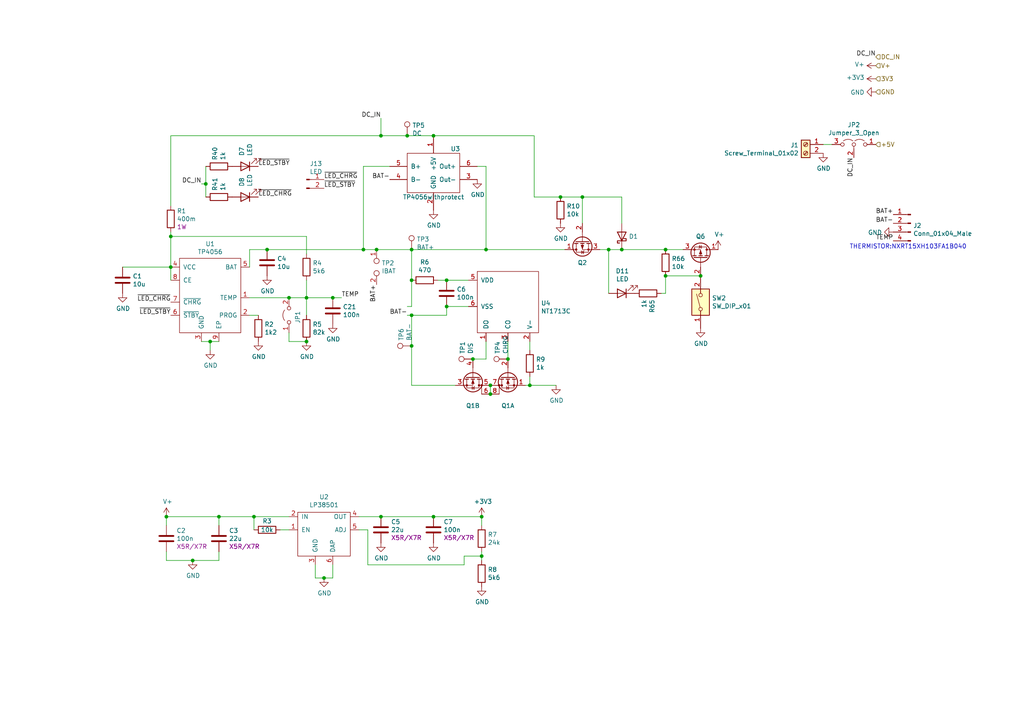
<source format=kicad_sch>
(kicad_sch (version 20211123) (generator eeschema)
  (paper "A4")
  (lib_symbols
    (symbol "Connector:Conn_01x02_Male" (pin_names (offset 1.016) hide)
      (property "Reference" "J" (at 0 2.54 0))
      (property "Value" "Connector_Conn_01x02_Male" (at 0 -5.08 0))
      (symbol "Conn_01x02_Male_1_1"
        (polyline (pts (xy 1.27 -2.54) (xy 0.8636 -2.54)) (stroke (width 0.1524)))
        (polyline (pts (xy 1.27 0) (xy 0.8636 0)) (stroke (width 0.1524)))
        (rectangle (start 0.8636 -2.413) (end 0 -2.667) (stroke (width 0.1524)) (fill (type outline)))
        (rectangle (start 0.8636 0.127) (end 0 -0.127) (stroke (width 0.1524)) (fill (type outline)))
        (pin passive line (at 5.08 0 180) (length 3.81) (name "Pin_1") (number "1"))
        (pin passive line (at 5.08 -2.54 180) (length 3.81) (name "Pin_2") (number "2"))
      )
    )
    (symbol "Connector:Conn_01x04_Male" (pin_names (offset 1.016) hide)
      (property "Reference" "J" (at 0 5.08 0))
      (property "Value" "Connector_Conn_01x04_Male" (at 0 -7.62 0))
      (symbol "Conn_01x04_Male_1_1"
        (polyline (pts (xy 1.27 -5.08) (xy 0.8636 -5.08)) (stroke (width 0.1524)))
        (polyline (pts (xy 1.27 -2.54) (xy 0.8636 -2.54)) (stroke (width 0.1524)))
        (polyline (pts (xy 1.27 0) (xy 0.8636 0)) (stroke (width 0.1524)))
        (polyline (pts (xy 1.27 2.54) (xy 0.8636 2.54)) (stroke (width 0.1524)))
        (rectangle (start 0.8636 -4.953) (end 0 -5.207) (stroke (width 0.1524)) (fill (type outline)))
        (rectangle (start 0.8636 -2.413) (end 0 -2.667) (stroke (width 0.1524)) (fill (type outline)))
        (rectangle (start 0.8636 0.127) (end 0 -0.127) (stroke (width 0.1524)) (fill (type outline)))
        (rectangle (start 0.8636 2.667) (end 0 2.413) (stroke (width 0.1524)) (fill (type outline)))
        (pin passive line (at 5.08 2.54 180) (length 3.81) (name "Pin_1") (number "1"))
        (pin passive line (at 5.08 0 180) (length 3.81) (name "Pin_2") (number "2"))
        (pin passive line (at 5.08 -2.54 180) (length 3.81) (name "Pin_3") (number "3"))
        (pin passive line (at 5.08 -5.08 180) (length 3.81) (name "Pin_4") (number "4"))
      )
    )
    (symbol "Connector:Screw_Terminal_01x02" (pin_names (offset 1.016) hide)
      (property "Reference" "J" (at 0 2.54 0))
      (property "Value" "Connector_Screw_Terminal_01x02" (at 0 -5.08 0))
      (symbol "Screw_Terminal_01x02_1_1"
        (rectangle (start -1.27 1.27) (end 1.27 -3.81) (stroke (width 0.254)) (fill (type background)))
        (circle (center 0 -2.54) (radius 0.635) (stroke (width 0.1524)))
        (polyline (pts (xy -0.5334 -2.2098) (xy 0.3302 -3.048)) (stroke (width 0.1524)))
        (polyline (pts (xy -0.5334 0.3302) (xy 0.3302 -0.508)) (stroke (width 0.1524)))
        (polyline (pts (xy -0.3556 -2.032) (xy 0.508 -2.8702)) (stroke (width 0.1524)))
        (polyline (pts (xy -0.3556 0.508) (xy 0.508 -0.3302)) (stroke (width 0.1524)))
        (circle (center 0 0) (radius 0.635) (stroke (width 0.1524)))
        (pin passive line (at -5.08 0 0) (length 3.81) (name "Pin_1") (number "1"))
        (pin passive line (at -5.08 -2.54 0) (length 3.81) (name "Pin_2") (number "2"))
      )
    )
    (symbol "Connector:TestPoint" (pin_numbers hide) (pin_names (offset 0.762) hide)
      (property "Reference" "TP" (at 0 6.858 0))
      (property "Value" "Connector_TestPoint" (at 0 5.08 0))
      (symbol "TestPoint_0_1"
        (circle (center 0 3.302) (radius 0.762))
      )
      (symbol "TestPoint_1_1"
        (pin passive line (at 0 0 90) (length 2.54) (name "1") (number "1"))
      )
    )
    (symbol "Connector:TestPoint_2Pole" (pin_names (offset 0.762) hide)
      (property "Reference" "TP" (at 0 1.524 0))
      (property "Value" "Connector_TestPoint_2Pole" (at 0 -1.778 0))
      (symbol "TestPoint_2Pole_0_1"
        (circle (center -1.778 0) (radius 0.762))
        (circle (center 1.778 0) (radius 0.762))
        (pin passive line (at -5.08 0 0) (length 2.54) (name "1") (number "1"))
        (pin passive line (at 5.08 0 180) (length 2.54) (name "2") (number "2"))
      )
    )
    (symbol "Device:C" (pin_numbers hide) (pin_names (offset 0.254))
      (property "Reference" "C" (at 0.635 2.54 0))
      (property "Value" "Device_C" (at 0.635 -2.54 0))
      (symbol "C_0_1"
        (polyline (pts (xy -2.032 -0.762) (xy 2.032 -0.762)) (stroke (width 0.508)))
        (polyline (pts (xy -2.032 0.762) (xy 2.032 0.762)) (stroke (width 0.508)))
      )
      (symbol "C_1_1"
        (pin passive line (at 0 3.81 270) (length 2.794) (name "~") (number "1"))
        (pin passive line (at 0 -3.81 90) (length 2.794) (name "~") (number "2"))
      )
    )
    (symbol "Device:D_Schottky" (pin_numbers hide) (pin_names (offset 1.016) hide)
      (property "Reference" "D" (at 0 2.54 0))
      (property "Value" "Device_D_Schottky" (at 0 -2.54 0))
      (symbol "D_Schottky_0_1"
        (polyline (pts (xy 1.27 0) (xy -1.27 0)))
        (polyline (pts (xy 1.27 1.27) (xy 1.27 -1.27) (xy -1.27 0) (xy 1.27 1.27)) (stroke (width 0.254)))
        (polyline (pts (xy -1.905 0.635) (xy -1.905 1.27) (xy -1.27 1.27) (xy -1.27 -1.27) (xy -0.635 -1.27) (xy -0.635 -0.635)) (stroke (width 0.254)))
      )
      (symbol "D_Schottky_1_1"
        (pin passive line (at -3.81 0 0) (length 2.54) (name "K") (number "1"))
        (pin passive line (at 3.81 0 180) (length 2.54) (name "A") (number "2"))
      )
    )
    (symbol "Device:LED" (pin_numbers hide) (pin_names (offset 1.016) hide)
      (property "Reference" "D" (at 0 2.54 0))
      (property "Value" "Device_LED" (at 0 -2.54 0))
      (symbol "LED_0_1"
        (polyline (pts (xy -1.27 -1.27) (xy -1.27 1.27)) (stroke (width 0.254)))
        (polyline (pts (xy -1.27 0) (xy 1.27 0)))
        (polyline (pts (xy 1.27 -1.27) (xy 1.27 1.27) (xy -1.27 0) (xy 1.27 -1.27)) (stroke (width 0.254)))
        (polyline (pts (xy -3.048 -0.762) (xy -4.572 -2.286) (xy -3.81 -2.286) (xy -4.572 -2.286) (xy -4.572 -1.524)))
        (polyline (pts (xy -1.778 -0.762) (xy -3.302 -2.286) (xy -2.54 -2.286) (xy -3.302 -2.286) (xy -3.302 -1.524)))
      )
      (symbol "LED_1_1"
        (pin passive line (at -3.81 0 0) (length 2.54) (name "K") (number "1"))
        (pin passive line (at 3.81 0 180) (length 2.54) (name "A") (number "2"))
      )
    )
    (symbol "Device:Q_Dual_NMOS_S1G1S2G2D2D2D1D1" (pin_names (offset 0) hide)
      (property "Reference" "Q" (at 5.08 1.27 0))
      (property "Value" "Device_Q_Dual_NMOS_S1G1S2G2D2D2D1D1" (at 5.08 -1.27 0))
      (symbol "Q_Dual_NMOS_S1G1S2G2D2D2D1D1_0_1"
        (polyline (pts (xy 0.254 0) (xy -2.54 0)))
        (polyline (pts (xy 0.254 1.905) (xy 0.254 -1.905)) (stroke (width 0.254)))
        (polyline (pts (xy 0.762 -1.27) (xy 0.762 -2.286)) (stroke (width 0.254)))
        (polyline (pts (xy 0.762 0.508) (xy 0.762 -0.508)) (stroke (width 0.254)))
        (polyline (pts (xy 0.762 2.286) (xy 0.762 1.27)) (stroke (width 0.254)))
        (polyline (pts (xy 2.54 2.54) (xy 2.54 1.778)))
        (polyline (pts (xy 5.08 2.54) (xy 2.54 2.54)))
        (polyline (pts (xy 2.54 -2.54) (xy 2.54 0) (xy 0.762 0)))
        (polyline (pts (xy 0.762 -1.778) (xy 3.302 -1.778) (xy 3.302 1.778) (xy 0.762 1.778)))
        (polyline (pts (xy 1.016 0) (xy 2.032 0.381) (xy 2.032 -0.381) (xy 1.016 0)) (fill (type outline)))
        (polyline (pts (xy 2.794 0.508) (xy 2.921 0.381) (xy 3.683 0.381) (xy 3.81 0.254)))
        (polyline (pts (xy 3.302 0.381) (xy 2.921 -0.254) (xy 3.683 -0.254) (xy 3.302 0.381)))
        (circle (center 1.651 0) (radius 2.794) (stroke (width 0.254)))
        (circle (center 2.54 -1.778) (radius 0.254) (fill (type outline)))
        (circle (center 2.54 1.778) (radius 0.254) (fill (type outline)))
        (circle (center 2.54 2.54) (radius 0.254) (fill (type outline)))
      )
      (symbol "Q_Dual_NMOS_S1G1S2G2D2D2D1D1_1_1"
        (pin passive line (at 2.54 -5.08 90) (length 2.54) (name "S") (number "1"))
        (pin input line (at -5.08 0 0) (length 2.54) (name "G") (number "2"))
        (pin passive line (at 2.54 5.08 270) (length 2.54) (name "D") (number "7"))
        (pin passive line (at 5.08 5.08 270) (length 2.54) (name "D") (number "8"))
      )
      (symbol "Q_Dual_NMOS_S1G1S2G2D2D2D1D1_2_1"
        (pin passive line (at 2.54 -5.08 90) (length 2.54) (name "S") (number "3"))
        (pin input line (at -5.08 0 0) (length 2.54) (name "G") (number "4"))
        (pin passive line (at 2.54 5.08 270) (length 2.54) (name "D") (number "5"))
        (pin passive line (at 5.08 5.08 270) (length 2.54) (name "D") (number "6"))
      )
    )
    (symbol "Device:Q_PMOS_DGS" (pin_names (offset 0) hide)
      (property "Reference" "Q" (at 5.08 1.27 0))
      (property "Value" "Device_Q_PMOS_DGS" (at 5.08 -1.27 0))
      (symbol "Q_PMOS_DGS_0_1"
        (polyline (pts (xy 0.254 0) (xy -2.54 0)))
        (polyline (pts (xy 0.254 1.905) (xy 0.254 -1.905)) (stroke (width 0.254)))
        (polyline (pts (xy 0.762 -1.27) (xy 0.762 -2.286)) (stroke (width 0.254)))
        (polyline (pts (xy 0.762 0.508) (xy 0.762 -0.508)) (stroke (width 0.254)))
        (polyline (pts (xy 0.762 2.286) (xy 0.762 1.27)) (stroke (width 0.254)))
        (polyline (pts (xy 2.54 2.54) (xy 2.54 1.778)))
        (polyline (pts (xy 2.54 -2.54) (xy 2.54 0) (xy 0.762 0)))
        (polyline (pts (xy 0.762 1.778) (xy 3.302 1.778) (xy 3.302 -1.778) (xy 0.762 -1.778)))
        (polyline (pts (xy 2.286 0) (xy 1.27 0.381) (xy 1.27 -0.381) (xy 2.286 0)) (fill (type outline)))
        (polyline (pts (xy 2.794 -0.508) (xy 2.921 -0.381) (xy 3.683 -0.381) (xy 3.81 -0.254)))
        (polyline (pts (xy 3.302 -0.381) (xy 2.921 0.254) (xy 3.683 0.254) (xy 3.302 -0.381)))
        (circle (center 1.651 0) (radius 2.794) (stroke (width 0.254)))
        (circle (center 2.54 -1.778) (radius 0.254) (fill (type outline)))
        (circle (center 2.54 1.778) (radius 0.254) (fill (type outline)))
      )
      (symbol "Q_PMOS_DGS_1_1"
        (pin passive line (at 2.54 5.08 270) (length 2.54) (name "D") (number "1"))
        (pin input line (at -5.08 0 0) (length 2.54) (name "G") (number "2"))
        (pin passive line (at 2.54 -5.08 90) (length 2.54) (name "S") (number "3"))
      )
    )
    (symbol "Device:R" (pin_numbers hide) (pin_names (offset 0))
      (property "Reference" "R" (at 2.032 0 90))
      (property "Value" "Device_R" (at 0 0 90))
      (symbol "R_0_1"
        (rectangle (start -1.016 -2.54) (end 1.016 2.54) (stroke (width 0.254)))
      )
      (symbol "R_1_1"
        (pin passive line (at 0 3.81 270) (length 1.27) (name "~") (number "1"))
        (pin passive line (at 0 -3.81 90) (length 1.27) (name "~") (number "2"))
      )
    )
    (symbol "Jumper:Jumper_2_Open" (pin_names (offset 0) hide)
      (property "Reference" "JP" (at 0 2.794 0))
      (property "Value" "Jumper_Jumper_2_Open" (at 0 -2.286 0))
      (symbol "Jumper_2_Open_0_0"
        (circle (center -2.032 0) (radius 0.508))
        (circle (center 2.032 0) (radius 0.508))
      )
      (symbol "Jumper_2_Open_0_1"
        (arc (start 1.524 1.27) (mid 0 1.778) (end -1.524 1.27))
      )
      (symbol "Jumper_2_Open_1_1"
        (pin passive line (at -5.08 0 0) (length 2.54) (name "A") (number "1"))
        (pin passive line (at 5.08 0 180) (length 2.54) (name "B") (number "2"))
      )
    )
    (symbol "Jumper:Jumper_3_Open" (pin_names (offset 0) hide)
      (property "Reference" "JP" (at -2.54 -2.54 0))
      (property "Value" "Jumper_Jumper_3_Open" (at 0 2.794 0))
      (symbol "Jumper_3_Open_0_0"
        (circle (center -3.302 0) (radius 0.508))
        (circle (center 0 0) (radius 0.508))
        (circle (center 3.302 0) (radius 0.508))
      )
      (symbol "Jumper_3_Open_0_1"
        (arc (start -0.254 1.016) (mid -1.651 1.4992) (end -3.048 1.016))
        (polyline (pts (xy 0 -0.508) (xy 0 -1.27)))
        (arc (start 3.048 1.016) (mid 1.651 1.4992) (end 0.254 1.016))
      )
      (symbol "Jumper_3_Open_1_1"
        (pin passive line (at -6.35 0 0) (length 2.54) (name "A") (number "1"))
        (pin input line (at 0 -3.81 90) (length 2.54) (name "C") (number "2"))
        (pin passive line (at 6.35 0 180) (length 2.54) (name "B") (number "3"))
      )
    )
    (symbol "Switch:SW_DIP_x01" (pin_names (offset 0) hide)
      (property "Reference" "SW" (at 0 3.81 0))
      (property "Value" "Switch_SW_DIP_x01" (at 0 -3.81 0))
      (symbol "SW_DIP_x01_0_0"
        (circle (center -2.032 0) (radius 0.508))
        (polyline (pts (xy -1.524 0.127) (xy 2.3622 1.1684)))
        (circle (center 2.032 0) (radius 0.508))
      )
      (symbol "SW_DIP_x01_0_1"
        (rectangle (start -3.81 2.54) (end 3.81 -2.54) (stroke (width 0.254)) (fill (type background)))
      )
      (symbol "SW_DIP_x01_1_1"
        (pin passive line (at -7.62 0 0) (length 5.08) (name "~") (number "1"))
        (pin passive line (at 7.62 0 180) (length 5.08) (name "~") (number "2"))
      )
    )
    (symbol "batman:NT1713C" (pin_names (offset 1.016))
      (property "Reference" "U" (at 6.35 10.16 0))
      (property "Value" "NT1713C" (at -5.08 10.16 0))
      (symbol "NT1713C_0_1"
        (rectangle (start -8.89 8.89) (end 8.89 -8.89))
      )
      (symbol "NT1713C_1_1"
        (pin output line (at -6.35 -11.43 90) (length 2.54) (name "DO") (number "1"))
        (pin input line (at 6.35 -11.43 90) (length 2.54) (name "V-") (number "2"))
        (pin output line (at 0 -11.43 90) (length 2.54) (name "CO") (number "3"))
        (pin power_in line (at -11.43 6.35 0) (length 2.54) (name "VDD") (number "5"))
        (pin power_out line (at -11.43 -1.27 0) (length 2.54) (name "VSS") (number "6"))
      )
    )
    (symbol "batman:TP4056" (pin_names (offset 1.016))
      (property "Reference" "U" (at 6.35 11.43 0))
      (property "Value" "TP4056" (at -5.08 11.43 0))
      (symbol "TP4056_0_1"
        (rectangle (start -8.89 10.16) (end 8.89 -11.43))
      )
      (symbol "TP4056_1_1"
        (pin input line (at 11.43 -1.27 180) (length 2.54) (name "TEMP") (number "1"))
        (pin output line (at 11.43 -6.35 180) (length 2.54) (name "PROG") (number "2"))
        (pin power_out line (at -2.54 -13.97 90) (length 2.54) (name "GND") (number "3"))
        (pin power_in line (at -11.43 7.62 0) (length 2.54) (name "VCC") (number "4"))
        (pin output line (at 11.43 7.62 180) (length 2.54) (name "BAT") (number "5"))
        (pin input line (at -11.43 -6.35 0) (length 2.54) (name "~{STBY}") (number "6"))
        (pin input line (at -11.43 -2.54 0) (length 2.54) (name "~{CHRG}") (number "7"))
        (pin input line (at -11.43 3.81 0) (length 2.54) (name "CE") (number "8"))
        (pin power_out line (at 2.54 -13.97 90) (length 2.54) (name "EP") (number "9"))
      )
    )
    (symbol "modules:TP4056withprotect" (pin_names (offset 1.016))
      (property "Reference" "U" (at 6.35 1.27 0))
      (property "Value" "TP4056withprotect" (at 10.16 -12.7 0))
      (symbol "TP4056withprotect_0_1"
        (rectangle (start -7.62 0) (end 7.62 -11.43))
      )
      (symbol "TP4056withprotect_1_1"
        (pin power_in line (at 0 5.08 270) (length 5.08) (name "+5V") (number "1"))
        (pin power_out line (at 0 -16.51 90) (length 5.08) (name "GND") (number "2"))
        (pin power_in line (at 12.7 -7.62 180) (length 5.08) (name "Out-") (number "3"))
        (pin power_in line (at -12.7 -7.62 0) (length 5.08) (name "B-") (number "4"))
        (pin power_out line (at -12.7 -3.81 0) (length 5.08) (name "B+") (number "5"))
        (pin power_out line (at 12.7 -3.81 180) (length 5.08) (name "Out+") (number "6"))
      )
    )
    (symbol "power:+3.3V" (power) (pin_names (offset 0))
      (property "Value" "power_+3.3V" (at 0 3.556 0))
      (symbol "+3.3V_0_1"
        (polyline (pts (xy -0.762 1.27) (xy 0 2.54)))
        (polyline (pts (xy 0 0) (xy 0 2.54)))
        (polyline (pts (xy 0 2.54) (xy 0.762 1.27)))
      )
      (symbol "+3.3V_1_1"
        (pin power_in line (at 0 0 90) (length 0) hide (name "+3V3") (number "1"))
      )
    )
    (symbol "power:GND" (power) (pin_names (offset 0))
      (property "Value" "power_GND" (at 0 -3.81 0))
      (symbol "GND_0_1"
        (polyline (pts (xy 0 0) (xy 0 -1.27) (xy 1.27 -1.27) (xy 0 -2.54) (xy -1.27 -1.27) (xy 0 -1.27)))
      )
      (symbol "GND_1_1"
        (pin power_in line (at 0 0 270) (length 0) hide (name "GND") (number "1"))
      )
    )
    (symbol "power_custom:V+" (power) (pin_names (offset 0))
      (property "Value" "power_custom_V+" (at 0 3.556 0))
      (symbol "V+_0_1"
        (polyline (pts (xy -0.762 1.27) (xy 0 2.54)))
        (polyline (pts (xy 0 0) (xy 0 2.54)))
        (polyline (pts (xy 0 2.54) (xy 0.762 1.27)))
      )
      (symbol "V+_1_1"
        (pin power_in line (at 0 0 90) (length 0) hide (name "V+") (number "1"))
      )
    )
    (symbol "regulators:LP38501" (pin_names (offset 1.016))
      (property "Reference" "U" (at 5.08 6.35 0))
      (property "Value" "LP38501" (at -3.81 6.35 0))
      (symbol "LP38501_0_1"
        (rectangle (start -7.62 -7.62) (end 7.62 5.08))
      )
      (symbol "LP38501_1_1"
        (pin input line (at -10.16 0 0) (length 2.54) (name "EN") (number "1"))
        (pin power_in line (at -10.16 3.81 0) (length 2.54) (name "IN") (number "2"))
        (pin power_out line (at -2.54 -10.16 90) (length 2.54) (name "GND") (number "3"))
        (pin power_out line (at 10.16 3.81 180) (length 2.54) (name "OUT") (number "4"))
        (pin input line (at 10.16 0 180) (length 2.54) (name "ADJ") (number "5"))
        (pin passive line (at 2.54 -10.16 90) (length 2.54) (name "DAP") (number "6"))
      )
    )
  )
  (junction (at 49.53 68.58))
  (junction (at 139.7 161.29))
  (junction (at 142.24 114.3))
  (junction (at 77.47 72.39))
  (junction (at 193.04 72.39))
  (junction (at 119.38 72.39))
  (junction (at 139.7 149.86))
  (junction (at 48.26 149.86))
  (junction (at 119.38 91.44))
  (junction (at 63.5 149.86))
  (junction (at 203.2 80.01))
  (junction (at 180.34 72.39))
  (junction (at 119.38 81.28))
  (junction (at 168.91 57.15))
  (junction (at 142.24 111.76))
  (junction (at 109.22 72.39))
  (junction (at 129.54 88.9))
  (junction (at 59.69 53.34))
  (junction (at 162.56 57.15))
  (junction (at 105.41 72.39))
  (junction (at 140.97 72.39))
  (junction (at 137.16 104.14))
  (junction (at 88.9 99.06))
  (junction (at 96.52 86.36))
  (junction (at 110.49 149.86))
  (junction (at 153.67 111.76))
  (junction (at 118.11 39.37))
  (junction (at 60.96 99.06))
  (junction (at 129.54 81.28))
  (junction (at 88.9 86.36))
  (junction (at 93.98 167.64))
  (junction (at 119.38 100.33))
  (junction (at 125.73 149.86))
  (junction (at 110.49 39.37))
  (junction (at 73.66 149.86))
  (junction (at 176.53 72.39))
  (junction (at 147.32 104.14))
  (junction (at 193.04 80.01))
  (junction (at 125.73 39.37))
  (junction (at 83.82 86.36))
  (junction (at 49.53 77.47))
  (junction (at 55.88 162.56))
  (wire (pts (xy 140.97 48.26) (xy 138.43 48.26)))
  (wire (pts (xy 176.53 72.39) (xy 173.99 72.39)))
  (wire (pts (xy 48.26 160.02) (xy 48.26 162.56)))
  (wire (pts (xy 73.66 153.67) (xy 73.66 149.86)))
  (wire (pts (xy 162.56 57.15) (xy 168.91 57.15)))
  (wire (pts (xy 134.62 161.29) (xy 134.62 163.83)))
  (wire (pts (xy 104.14 149.86) (xy 110.49 149.86)))
  (wire (pts (xy 93.98 167.64) (xy 96.52 167.64)))
  (wire (pts (xy 193.04 80.01) (xy 203.2 80.01)))
  (wire (pts (xy 119.38 72.39) (xy 140.97 72.39)))
  (wire (pts (xy 134.62 163.83) (xy 106.68 163.83)))
  (wire (pts (xy 152.4 111.76) (xy 153.67 111.76)))
  (wire (pts (xy 119.38 91.44) (xy 129.54 91.44)))
  (wire (pts (xy 129.54 81.28) (xy 135.89 81.28)))
  (wire (pts (xy 63.5 162.56) (xy 63.5 160.02)))
  (wire (pts (xy 105.41 72.39) (xy 109.22 72.39)))
  (wire (pts (xy 113.03 48.26) (xy 105.41 48.26)))
  (wire (pts (xy 191.77 85.09) (xy 193.04 85.09)))
  (wire (pts (xy 125.73 39.37) (xy 118.11 39.37)))
  (wire (pts (xy 49.53 81.28) (xy 49.53 77.47)))
  (wire (pts (xy 193.04 85.09) (xy 193.04 80.01)))
  (wire (pts (xy 142.24 114.3) (xy 142.24 111.76)))
  (wire (pts (xy 127 81.28) (xy 129.54 81.28)))
  (wire (pts (xy 180.34 72.39) (xy 176.53 72.39)))
  (wire (pts (xy 193.04 72.39) (xy 180.34 72.39)))
  (wire (pts (xy 119.38 111.76) (xy 132.08 111.76)))
  (wire (pts (xy 140.97 72.39) (xy 163.83 72.39)))
  (wire (pts (xy 110.49 34.29) (xy 110.49 39.37)))
  (wire (pts (xy 88.9 81.28) (xy 88.9 86.36)))
  (wire (pts (xy 96.52 167.64) (xy 96.52 163.83)))
  (wire (pts (xy 180.34 64.77) (xy 180.34 57.15)))
  (wire (pts (xy 83.82 96.52) (xy 83.82 99.06)))
  (wire (pts (xy 118.11 39.37) (xy 110.49 39.37)))
  (wire (pts (xy 55.88 162.56) (xy 63.5 162.56)))
  (wire (pts (xy 147.32 104.14) (xy 147.32 99.06)))
  (wire (pts (xy 88.9 68.58) (xy 49.53 68.58)))
  (wire (pts (xy 139.7 161.29) (xy 134.62 161.29)))
  (wire (pts (xy 119.38 81.28) (xy 119.38 72.39)))
  (wire (pts (xy 109.22 72.39) (xy 119.38 72.39)))
  (wire (pts (xy 83.82 99.06) (xy 88.9 99.06)))
  (wire (pts (xy 63.5 152.4) (xy 63.5 149.86)))
  (wire (pts (xy 153.67 111.76) (xy 161.29 111.76)))
  (wire (pts (xy 88.9 86.36) (xy 96.52 86.36)))
  (wire (pts (xy 110.49 149.86) (xy 125.73 149.86)))
  (wire (pts (xy 59.69 57.15) (xy 59.69 53.34)))
  (wire (pts (xy 72.39 86.36) (xy 83.82 86.36)))
  (wire (pts (xy 119.38 111.76) (xy 119.38 100.33)))
  (wire (pts (xy 129.54 88.9) (xy 135.89 88.9)))
  (wire (pts (xy 72.39 77.47) (xy 72.39 72.39)))
  (wire (pts (xy 63.5 149.86) (xy 73.66 149.86)))
  (wire (pts (xy 59.69 53.34) (xy 59.69 48.26)))
  (wire (pts (xy 48.26 162.56) (xy 55.88 162.56)))
  (wire (pts (xy 74.93 91.44) (xy 72.39 91.44)))
  (wire (pts (xy 49.53 39.37) (xy 49.53 59.69)))
  (wire (pts (xy 105.41 48.26) (xy 105.41 72.39)))
  (wire (pts (xy 60.96 101.6) (xy 60.96 99.06)))
  (wire (pts (xy 119.38 91.44) (xy 118.11 91.44)))
  (wire (pts (xy 49.53 67.31) (xy 49.53 68.58)))
  (wire (pts (xy 153.67 101.6) (xy 153.67 99.06)))
  (wire (pts (xy 73.66 149.86) (xy 83.82 149.86)))
  (wire (pts (xy 48.26 152.4) (xy 48.26 149.86)))
  (wire (pts (xy 91.44 163.83) (xy 91.44 167.64)))
  (wire (pts (xy 119.38 81.28) (xy 119.38 88.9)))
  (wire (pts (xy 125.73 39.37) (xy 154.94 39.37)))
  (wire (pts (xy 60.96 99.06) (xy 63.5 99.06)))
  (wire (pts (xy 35.56 77.47) (xy 49.53 77.47)))
  (wire (pts (xy 154.94 57.15) (xy 162.56 57.15)))
  (wire (pts (xy 58.42 53.34) (xy 59.69 53.34)))
  (wire (pts (xy 154.94 39.37) (xy 154.94 57.15)))
  (wire (pts (xy 125.73 149.86) (xy 139.7 149.86)))
  (wire (pts (xy 139.7 161.29) (xy 139.7 162.56)))
  (wire (pts (xy 91.44 167.64) (xy 93.98 167.64)))
  (wire (pts (xy 83.82 86.36) (xy 88.9 86.36)))
  (wire (pts (xy 119.38 100.33) (xy 119.38 91.44)))
  (wire (pts (xy 81.28 153.67) (xy 83.82 153.67)))
  (wire (pts (xy 168.91 64.77) (xy 168.91 57.15)))
  (wire (pts (xy 48.26 149.86) (xy 63.5 149.86)))
  (wire (pts (xy 106.68 163.83) (xy 106.68 153.67)))
  (wire (pts (xy 176.53 85.09) (xy 176.53 72.39)))
  (wire (pts (xy 106.68 153.67) (xy 104.14 153.67)))
  (wire (pts (xy 153.67 111.76) (xy 153.67 109.22)))
  (wire (pts (xy 77.47 72.39) (xy 105.41 72.39)))
  (wire (pts (xy 129.54 88.9) (xy 129.54 91.44)))
  (wire (pts (xy 88.9 68.58) (xy 88.9 73.66)))
  (wire (pts (xy 110.49 39.37) (xy 49.53 39.37)))
  (wire (pts (xy 58.42 99.06) (xy 60.96 99.06)))
  (wire (pts (xy 72.39 72.39) (xy 77.47 72.39)))
  (wire (pts (xy 139.7 160.02) (xy 139.7 161.29)))
  (wire (pts (xy 49.53 68.58) (xy 49.53 77.47)))
  (wire (pts (xy 88.9 86.36) (xy 88.9 91.44)))
  (wire (pts (xy 140.97 48.26) (xy 140.97 72.39)))
  (wire (pts (xy 140.97 104.14) (xy 140.97 99.06)))
  (wire (pts (xy 137.16 104.14) (xy 140.97 104.14)))
  (wire (pts (xy 96.52 86.36) (xy 99.06 86.36)))
  (wire (pts (xy 168.91 57.15) (xy 180.34 57.15)))
  (wire (pts (xy 198.12 72.39) (xy 193.04 72.39)))
  (wire (pts (xy 241.3 41.91) (xy 238.76 41.91)))
  (wire (pts (xy 139.7 149.86) (xy 139.7 152.4)))
  (wire (pts (xy 118.11 88.9) (xy 119.38 88.9)))
  (text "THERMISTOR:NXRT15XH103FA1B040" (at 246.38 72.39 0) (effects (font (size 1.27 1.27)) (justify left bottom)))
  (label "BAT-" (at 118.11 91.44 180))
  (label "DC_IN" (at 247.65 45.72 270))
  (label "~{LED_CHRG}" (at 49.53 87.63 180))
  (label "TEMP" (at 259.08 69.85 180))
  (label "~{LED_STBY}" (at 74.93 48.26 0))
  (label "BAT-" (at 259.08 64.77 180))
  (label "BAT-" (at 113.03 52.07 180))
  (label "DC_IN" (at 254 16.51 180))
  (label "~{LED_CHRG}" (at 93.98 52.07 0))
  (label "BAT+" (at 259.08 62.23 180))
  (label "DC_IN" (at 110.49 34.29 180))
  (label "TEMP" (at 99.06 86.36 0))
  (label "DC_IN" (at 58.42 53.34 180))
  (label "~{LED_CHRG}" (at 74.93 57.15 0))
  (label "~{LED_STBY}" (at 49.53 91.44 180))
  (label "~{LED_STBY}" (at 93.98 54.61 0))
  (label "BAT+" (at 109.22 82.55 270))
  (hierarchical_label "V+" (shape input) (at 254 19.05 0))
  (hierarchical_label "DC_IN" (shape input) (at 254 16.51 0))
  (hierarchical_label "3V3" (shape input) (at 254 22.86 0))
  (hierarchical_label "+5V" (shape input) (at 254 41.91 0))
  (hierarchical_label "GND" (shape input) (at 254 26.67 0))
  (symbol (lib_id "modules:TP4056withprotect") (at 125.73 44.45 0) (unit 1)
    (property "Reference" "U3" (at 132.08 43.18 0))
    (property "Value" "TP4056withprotect" (at 125.73 57.15 0))
    (property "Footprint" "modules:TP4056_module_prot" (effects hide))
    (property "Digikey" "N/A" (effects hide))
    (property "LCSC" "N/A" (effects hide))
    (property "Populate" "false" (effects hide))
  )
  (symbol (lib_id "batman:NT1713C") (at 147.32 87.63 0) (unit 1)
    (property "Reference" "U4" (at 156.9212 87.9348 0) (effects (justify left)))
    (property "Value" "NT1713C" (at 156.9212 90.2462 0) (effects (justify left)))
    (property "Footprint" "Package_TO_SOT_SMD:SOT-23-6_Handsoldering" (effects hide))
    (property "LCSC" "C596362" (effects hide))
    (property "Digikey" "N/A" (effects hide))
  )
  (symbol (lib_id "regulators:LP38501") (at 93.98 153.67 0) (unit 1)
    (property "Reference" "U2" (at 93.98 144.145 0))
    (property "Value" "LP38501" (at 93.98 146.4564 0))
    (property "Footprint" "Package_TO_SOT_SMD:TO-263-5_TabPin6" (effects hide))
    (property "LCSC" "C779671" (effects hide))
    (property "Digikey" "LP38501TSX-ADJ/NOPBCT-ND" (effects hide))
  )
  (symbol (lib_id "power:+3.3V") (at 139.7 149.86 0) (unit 1)
    (property "Reference" "#PWR013" (effects hide))
    (property "Value" "+3.3V" (at 140.081 145.4658 0))
  )
  (symbol (lib_id "power:GND") (at 93.98 167.64 0) (unit 1)
    (property "Reference" "#PWR08" (effects hide))
    (property "Value" "GND" (at 94.107 172.0342 0))
  )
  (symbol (lib_id "power:GND") (at 125.73 60.96 0) (unit 1)
    (property "Reference" "#PWR010" (effects hide))
    (property "Value" "GND" (at 125.857 65.3542 0))
  )
  (symbol (lib_id "Device:Q_PMOS_DGS") (at 168.91 69.85 90) (mirror x) (unit 1)
    (property "Reference" "Q2" (at 168.91 76.2 90))
    (property "Value" "IRF7410TRPBF" (effects hide))
    (property "Footprint" "transistor:SO8_3.8x4.8_SSSGDDDD" (effects hide))
    (property "Datasheet" "https://www.infineon.com/dgdl/irf7410pbf.pdf?fileId=5546d462533600a4015355fa75d71bb0" (effects hide))
    (property "Digikey" "IRF7410TRPBF" (effects hide))
    (property "LCSC" "C148144" (effects hide))
  )
  (symbol (lib_id "Device:R") (at 162.56 60.96 0) (unit 1)
    (property "Reference" "R10" (at 164.338 59.7916 0) (effects (justify left)))
    (property "Value" "10k" (at 164.338 62.103 0) (effects (justify left)))
    (property "Footprint" "Resistor_SMD:R_1206_3216Metric_Pad1.30x1.75mm_HandSolder" (effects hide))
    (property "LCSC" "C132649" (effects hide))
    (property "Digikey" "541-10.0KFCT-ND" (effects hide))
  )
  (symbol (lib_id "Device:D_Schottky") (at 180.34 68.58 90) (unit 1)
    (property "Reference" "D1" (at 182.372 68.58 90) (effects (justify right)))
    (property "Value" "PMEG3030EP,115" (effects hide))
    (property "Footprint" "Diode_SMD:D_SOD-128" (effects hide))
    (property "Digikey" "1727-5324-1-ND" (effects hide))
    (property "LCSC" "C255587" (effects hide))
  )
  (symbol (lib_id "power:GND") (at 238.76 44.45 0) (unit 1)
    (property "Reference" "#PWR020" (effects hide))
    (property "Value" "GND" (at 238.887 48.8442 0))
  )
  (symbol (lib_id "power:GND") (at 162.56 64.77 0) (unit 1)
    (property "Reference" "#PWR016" (effects hide))
    (property "Value" "GND" (at 162.687 69.1642 0))
  )
  (symbol (lib_id "batman:TP4056") (at 60.96 85.09 0) (unit 1)
    (property "Reference" "U1" (at 60.96 70.739 0))
    (property "Value" "TP4056" (at 60.96 73.0504 0))
    (property "Footprint" "Package_SO:SOIC-8-1EP_3.9x4.9mm_P1.27mm_EP2.29x3mm_ThermalVias" (effects hide))
    (property "LCSC" "C191323" (effects hide))
    (property "Digikey" "N/A" (effects hide))
  )
  (symbol (lib_id "Device:R") (at 49.53 63.5 0) (unit 1)
    (property "Reference" "R1" (at 51.308 61.1886 0) (effects (justify left)))
    (property "Value" "400m" (at 51.308 63.5 0) (effects (justify left)))
    (property "Footprint" "Resistor_SMD:R_2512_6332Metric_Pad1.40x3.35mm_HandSolder" (effects hide))
    (property "Power" "1W" (at 51.308 65.8114 0) (effects (justify left)))
    (property "LCSC" "C165323" (effects hide))
    (property "Digikey" "P19396CT-ND" (effects hide))
  )
  (symbol (lib_id "Device:C") (at 35.56 81.28 0) (unit 1)
    (property "Reference" "C1" (at 38.481 80.1116 0) (effects (justify left)))
    (property "Value" "10u" (at 38.481 82.423 0) (effects (justify left)))
    (property "Footprint" "Capacitor_SMD:C_1206_3216Metric_Pad1.33x1.80mm_HandSolder" (effects hide))
    (property "Digikey" "1276-1075-1-ND" (effects hide))
    (property "LCSC" "C9807" (effects hide))
  )
  (symbol (lib_id "Device:C") (at 77.47 76.2 0) (unit 1)
    (property "Reference" "C4" (at 80.391 75.0316 0) (effects (justify left)))
    (property "Value" "10u" (at 80.391 77.343 0) (effects (justify left)))
    (property "Footprint" "Capacitor_SMD:C_1206_3216Metric_Pad1.33x1.80mm_HandSolder" (effects hide))
    (property "Digikey" "1276-1075-1-ND" (effects hide))
    (property "LCSC" "C9807" (effects hide))
  )
  (symbol (lib_id "power:GND") (at 60.96 101.6 0) (unit 1)
    (property "Reference" "#PWR04" (effects hide))
    (property "Value" "GND" (at 61.087 105.9942 0))
  )
  (symbol (lib_id "power:GND") (at 77.47 80.01 0) (unit 1)
    (property "Reference" "#PWR06" (effects hide))
    (property "Value" "GND" (at 77.597 84.4042 0))
  )
  (symbol (lib_id "power:GND") (at 35.56 85.09 0) (unit 1)
    (property "Reference" "#PWR01" (effects hide))
    (property "Value" "GND" (at 35.687 89.4842 0))
  )
  (symbol (lib_id "Device:R") (at 74.93 95.25 0) (unit 1)
    (property "Reference" "R2" (at 76.708 94.0816 0) (effects (justify left)))
    (property "Value" "1k2" (at 76.708 96.393 0) (effects (justify left)))
    (property "Footprint" "Resistor_SMD:R_1206_3216Metric_Pad1.30x1.75mm_HandSolder" (effects hide))
    (property "LCSC" "C185265" (effects hide))
    (property "Digikey" "CR1206-FX-1201ELFCT-ND" (effects hide))
  )
  (symbol (lib_id "power:GND") (at 74.93 99.06 0) (unit 1)
    (property "Reference" "#PWR05" (effects hide))
    (property "Value" "GND" (at 75.057 103.4542 0))
  )
  (symbol (lib_id "Device:R") (at 88.9 77.47 0) (unit 1)
    (property "Reference" "R4" (at 90.678 76.3016 0) (effects (justify left)))
    (property "Value" "5k6" (at 90.678 78.613 0) (effects (justify left)))
    (property "Footprint" "Resistor_SMD:R_1206_3216Metric_Pad1.30x1.75mm_HandSolder" (effects hide))
    (property "LCSC" "C137248" (effects hide))
    (property "Digikey" "541-5.60FFCT-ND" (effects hide))
  )
  (symbol (lib_id "Device:R") (at 88.9 95.25 0) (unit 1)
    (property "Reference" "R5" (at 90.678 94.0816 0) (effects (justify left)))
    (property "Value" "82k" (at 90.678 96.393 0) (effects (justify left)))
    (property "Footprint" "Resistor_SMD:R_1206_3216Metric_Pad1.30x1.75mm_HandSolder" (effects hide))
    (property "LCSC" "C137229" (effects hide))
    (property "Digikey" "311-82.0KFRCT-ND" (effects hide))
  )
  (symbol (lib_id "power:GND") (at 88.9 99.06 0) (unit 1)
    (property "Reference" "#PWR07" (effects hide))
    (property "Value" "GND" (at 89.027 103.4542 0))
  )
  (symbol (lib_id "Device:R") (at 153.67 105.41 0) (unit 1)
    (property "Reference" "R9" (at 155.448 104.2416 0) (effects (justify left)))
    (property "Value" "1k" (at 155.448 106.553 0) (effects (justify left)))
    (property "Footprint" "Resistor_SMD:R_1206_3216Metric_Pad1.30x1.75mm_HandSolder" (effects hide))
    (property "LCSC" "C131398" (effects hide))
    (property "Digikey" "311-1.00KFRCT-ND" (effects hide))
  )
  (symbol (lib_id "Device:C") (at 129.54 85.09 0) (unit 1)
    (property "Reference" "C6" (at 132.461 83.9216 0) (effects (justify left)))
    (property "Value" "100n" (at 132.461 86.233 0) (effects (justify left)))
    (property "Footprint" "Capacitor_SMD:C_1206_3216Metric_Pad1.33x1.80mm_HandSolder" (effects hide))
    (property "Digikey" "399-C1206C104K5RAC7800CT-ND" (effects hide))
    (property "LCSC" "C730479" (effects hide))
  )
  (symbol (lib_id "Device:R") (at 123.19 81.28 270) (unit 1)
    (property "Reference" "R6" (at 123.19 76.0222 90))
    (property "Value" "470" (at 123.19 78.3336 90))
    (property "Footprint" "Resistor_SMD:R_1206_3216Metric_Pad1.30x1.75mm_HandSolder" (effects hide))
    (property "LCSC" "C114945" (effects hide))
    (property "Digikey" "A106077CT-ND" (effects hide))
  )
  (symbol (lib_id "power:GND") (at 161.29 111.76 0) (unit 1)
    (property "Reference" "#PWR015" (effects hide))
    (property "Value" "GND" (at 161.417 116.1542 0))
  )
  (symbol (lib_id "power:GND") (at 259.08 67.31 270) (unit 1)
    (property "Reference" "#PWR019" (effects hide))
    (property "Value" "GND" (at 255.8288 67.437 90) (effects (justify right)))
  )
  (symbol (lib_id "Device:C") (at 63.5 156.21 0) (unit 1)
    (property "Reference" "C3" (at 66.421 153.8986 0) (effects (justify left)))
    (property "Value" "22u" (at 66.421 156.21 0) (effects (justify left)))
    (property "Footprint" "Capacitor_SMD:C_1206_3216Metric_Pad1.33x1.80mm_HandSolder" (effects hide))
    (property "Coeff" "X5R/X7R" (at 66.421 158.5214 0) (effects (justify left)))
    (property "Digikey" "1276-2728-1-ND" (effects hide))
    (property "LCSC" "C90146" (effects hide))
  )
  (symbol (lib_id "Device:R") (at 139.7 166.37 0) (unit 1)
    (property "Reference" "R8" (at 141.478 165.2016 0) (effects (justify left)))
    (property "Value" "5k6" (at 141.478 167.513 0) (effects (justify left)))
    (property "Footprint" "Resistor_SMD:R_1206_3216Metric_Pad1.30x1.75mm_HandSolder" (effects hide))
    (property "LCSC" "C137248" (effects hide))
    (property "Digikey" "541-5.60FFCT-ND" (effects hide))
  )
  (symbol (lib_id "Device:R") (at 139.7 156.21 0) (unit 1)
    (property "Reference" "R7" (at 141.478 155.0416 0) (effects (justify left)))
    (property "Value" "24k" (at 141.478 157.353 0) (effects (justify left)))
    (property "Footprint" "Resistor_SMD:R_1206_3216Metric_Pad1.30x1.75mm_HandSolder" (effects hide))
    (property "LCSC" "C163384" (effects hide))
    (property "Digikey" "311-24.0KFRCT-ND" (effects hide))
  )
  (symbol (lib_id "power:GND") (at 139.7 170.18 0) (unit 1)
    (property "Reference" "#PWR014" (effects hide))
    (property "Value" "GND" (at 139.827 174.5742 0))
  )
  (symbol (lib_id "power:GND") (at 55.88 162.56 0) (unit 1)
    (property "Reference" "#PWR02" (effects hide))
    (property "Value" "GND" (at 56.007 166.9542 0))
  )
  (symbol (lib_id "Jumper:Jumper_2_Open") (at 83.82 91.44 90) (unit 1)
    (property "Reference" "JP1" (at 86.36 90.17 0) (effects (justify right)))
    (property "Value" "Jumper_2_Open" (effects hide))
    (property "Footprint" "Connector_PinHeader_2.54mm:PinHeader_1x02_P2.54mm_Vertical" (effects hide))
  )
  (symbol (lib_id "power:GND") (at 138.43 52.07 0) (unit 1)
    (property "Reference" "#PWR012" (effects hide))
    (property "Value" "GND" (at 138.557 56.4642 0))
  )
  (symbol (lib_id "Device:C") (at 48.26 156.21 0) (unit 1)
    (property "Reference" "C2" (at 51.181 153.8986 0) (effects (justify left)))
    (property "Value" "100n" (at 51.181 156.21 0) (effects (justify left)))
    (property "Footprint" "Capacitor_SMD:C_1206_3216Metric_Pad1.33x1.80mm_HandSolder" (effects hide))
    (property "Coeff" "X5R/X7R" (at 51.181 158.5214 0) (effects (justify left)))
    (property "Digikey" "399-C1206C104K5RAC7800CT-ND" (effects hide))
    (property "LCSC" "C730479" (effects hide))
  )
  (symbol (lib_id "Device:C") (at 110.49 153.67 0) (unit 1)
    (property "Reference" "C5" (at 113.411 151.3586 0) (effects (justify left)))
    (property "Value" "22u" (at 113.411 153.67 0) (effects (justify left)))
    (property "Footprint" "Capacitor_SMD:C_1206_3216Metric_Pad1.33x1.80mm_HandSolder" (effects hide))
    (property "Coeff" "X5R/X7R" (at 113.411 155.9814 0) (effects (justify left)))
    (property "Digikey" "1276-2728-1-ND" (effects hide))
    (property "LCSC" "C90146" (effects hide))
  )
  (symbol (lib_id "Device:C") (at 125.73 153.67 0) (unit 1)
    (property "Reference" "C7" (at 128.651 151.3586 0) (effects (justify left)))
    (property "Value" "100n" (at 128.651 153.67 0) (effects (justify left)))
    (property "Footprint" "Capacitor_SMD:C_1206_3216Metric_Pad1.33x1.80mm_HandSolder" (effects hide))
    (property "Coeff" "X5R/X7R" (at 128.651 155.9814 0) (effects (justify left)))
    (property "Digikey" "399-C1206C104K5RAC7800CT-ND" (effects hide))
    (property "LCSC" "C730479" (effects hide))
  )
  (symbol (lib_id "power:GND") (at 110.49 157.48 0) (unit 1)
    (property "Reference" "#PWR09" (effects hide))
    (property "Value" "GND" (at 110.617 161.8742 0))
  )
  (symbol (lib_id "power:GND") (at 125.73 157.48 0) (unit 1)
    (property "Reference" "#PWR011" (effects hide))
    (property "Value" "GND" (at 125.857 161.8742 0))
  )
  (symbol (lib_id "Device:R") (at 77.47 153.67 270) (unit 1)
    (property "Reference" "R3" (at 77.47 151.13 90))
    (property "Value" "10k" (at 77.47 153.67 90))
    (property "Footprint" "Resistor_SMD:R_1206_3216Metric_Pad1.30x1.75mm_HandSolder" (effects hide))
    (property "LCSC" "C132649" (effects hide))
    (property "Digikey" "541-10.0KFCT-ND" (effects hide))
  )
  (symbol (lib_id "Connector:TestPoint") (at 137.16 104.14 90) (unit 1)
    (property "Reference" "TP1" (at 134.1628 102.6668 0) (effects (justify left)))
    (property "Value" "DIS" (at 136.4742 102.6668 0) (effects (justify left)))
    (property "Footprint" "Connector_PinHeader_2.54mm:PinHeader_1x01_P2.54mm_Vertical" (effects hide))
  )
  (symbol (lib_id "Connector:TestPoint") (at 147.32 104.14 90) (unit 1)
    (property "Reference" "TP4" (at 144.3228 102.6668 0) (effects (justify left)))
    (property "Value" "CHRG" (at 146.6342 102.6668 0) (effects (justify left)))
    (property "Footprint" "Connector_PinHeader_2.54mm:PinHeader_1x01_P2.54mm_Vertical" (effects hide))
  )
  (symbol (lib_id "Connector:TestPoint") (at 119.38 100.33 90) (unit 1)
    (property "Reference" "TP6" (at 116.3828 98.8568 0) (effects (justify left)))
    (property "Value" "BAT-" (at 118.6942 98.8568 0) (effects (justify left)))
    (property "Footprint" "Connector_PinHeader_2.54mm:PinHeader_1x01_P2.54mm_Vertical" (effects hide))
  )
  (symbol (lib_id "Device:Q_PMOS_DGS") (at 203.2 74.93 270) (mirror x) (unit 1)
    (property "Reference" "Q6" (at 203.2 68.58 90))
    (property "Value" "IRF7410TRPBF" (effects hide))
    (property "Footprint" "transistor:SO8_3.8x4.8_SSSGDDDD" (effects hide))
    (property "Datasheet" "https://www.infineon.com/dgdl/irf7410pbf.pdf?fileId=5546d462533600a4015355fa75d71bb0" (effects hide))
    (property "Digikey" "IRF7410TRPBF" (effects hide))
    (property "LCSC" "C148144" (effects hide))
  )
  (symbol (lib_id "Device:R") (at 193.04 76.2 0) (unit 1)
    (property "Reference" "R66" (at 194.818 75.0316 0) (effects (justify left)))
    (property "Value" "10k" (at 194.818 77.343 0) (effects (justify left)))
    (property "Footprint" "Resistor_SMD:R_1206_3216Metric_Pad1.30x1.75mm_HandSolder" (effects hide))
    (property "LCSC" "C132649" (effects hide))
    (property "Digikey" "541-10.0KFCT-ND" (effects hide))
  )
  (symbol (lib_id "Switch:SW_DIP_x01") (at 203.2 87.63 90) (unit 1)
    (property "Reference" "SW2" (at 206.502 86.4616 90) (effects (justify right)))
    (property "Value" "SW_DIP_x01" (at 206.502 88.773 90) (effects (justify right)))
    (property "Footprint" "Button_Switch_THT:SW_DIP_SPSTx01_Slide_9.78x4.72mm_W7.62mm_P2.54mm" (effects hide))
    (property "LCSC" "C229812" (effects hide))
    (property "Digikey" "2223-DS01-254-L-01BE-ND" (effects hide))
  )
  (symbol (lib_id "power:GND") (at 203.2 95.25 0) (unit 1)
    (property "Reference" "#PWR0139" (effects hide))
    (property "Value" "GND" (at 203.327 99.6442 0))
  )
  (symbol (lib_id "Device:R") (at 187.96 85.09 270) (unit 1)
    (property "Reference" "R65" (at 189.1284 86.868 0) (effects (justify left)))
    (property "Value" "1k" (at 186.817 86.868 0) (effects (justify left)))
    (property "Footprint" "Resistor_SMD:R_1206_3216Metric_Pad1.30x1.75mm_HandSolder" (effects hide))
    (property "LCSC" "C131398" (effects hide))
    (property "Digikey" "311-1.00KFRCT-ND" (effects hide))
  )
  (symbol (lib_id "Device:LED") (at 180.34 85.09 180) (unit 1)
    (property "Reference" "D11" (at 180.5178 78.613 0))
    (property "Value" "LED" (at 180.5178 80.9244 0))
    (property "Footprint" "LED_SMD:LED_1206_3216Metric_Pad1.42x1.75mm_HandSolder" (effects hide))
    (property "Digikey" "732-5032-1-ND" (effects hide))
    (property "LCSC" "C125085" (effects hide))
  )
  (symbol (lib_id "Connector:TestPoint") (at 119.38 72.39 0) (unit 1)
    (property "Reference" "TP3" (at 120.8532 69.3928 0) (effects (justify left)))
    (property "Value" "BAT+" (at 120.8532 71.7042 0) (effects (justify left)))
    (property "Footprint" "Connector_PinHeader_2.54mm:PinHeader_1x01_P2.54mm_Vertical" (effects hide))
  )
  (symbol (lib_id "Connector:TestPoint_2Pole") (at 109.22 77.47 270) (unit 1)
    (property "Reference" "TP2" (at 110.6932 76.3016 90) (effects (justify left)))
    (property "Value" "IBAT" (at 110.6932 78.613 90) (effects (justify left)))
    (property "Footprint" "Connector_PinHeader_2.54mm:PinHeader_1x02_P2.54mm_Vertical" (effects hide))
  )
  (symbol (lib_id "Connector:TestPoint") (at 118.11 39.37 0) (unit 1)
    (property "Reference" "TP5" (at 119.5832 36.3728 0) (effects (justify left)))
    (property "Value" "DC" (at 119.5832 38.6842 0) (effects (justify left)))
    (property "Footprint" "Connector_PinHeader_2.54mm:PinHeader_1x01_P2.54mm_Vertical" (effects hide))
  )
  (symbol (lib_id "power_custom:V+") (at 254 19.05 90) (unit 1)
    (property "Reference" "#PWR043" (effects hide))
    (property "Value" "V+" (at 250.7742 18.669 90) (effects (justify left)))
  )
  (symbol (lib_id "power_custom:V+") (at 48.26 149.86 0) (unit 1)
    (property "Reference" "#PWR040" (effects hide))
    (property "Value" "V+" (at 48.641 145.4658 0))
  )
  (symbol (lib_id "Device:LED") (at 71.12 48.26 180) (unit 1)
    (property "Reference" "D7" (at 70.1294 45.2628 90) (effects (justify right)))
    (property "Value" "LED" (at 72.4408 45.2628 90) (effects (justify right)))
    (property "Footprint" "LED_SMD:LED_1206_3216Metric_Pad1.42x1.75mm_HandSolder" (effects hide))
    (property "Digikey" "732-5032-1-ND" (effects hide))
    (property "LCSC" "C125085" (effects hide))
  )
  (symbol (lib_id "Device:LED") (at 71.12 57.15 180) (unit 1)
    (property "Reference" "D8" (at 70.1294 54.1528 90) (effects (justify right)))
    (property "Value" "LED" (at 72.4408 54.1528 90) (effects (justify right)))
    (property "Footprint" "LED_SMD:LED_1206_3216Metric_Pad1.42x1.75mm_HandSolder" (effects hide))
    (property "Digikey" "732-5034-1-ND" (effects hide))
    (property "LCSC" "C125087" (effects hide))
  )
  (symbol (lib_id "power_custom:V+") (at 208.28 72.39 0) (unit 1)
    (property "Reference" "#PWR042" (effects hide))
    (property "Value" "V+" (at 208.661 67.9958 0))
  )
  (symbol (lib_id "Device:R") (at 63.5 57.15 90) (unit 1)
    (property "Reference" "R41" (at 62.3316 55.372 0) (effects (justify left)))
    (property "Value" "1k" (at 64.643 55.372 0) (effects (justify left)))
    (property "Footprint" "Resistor_SMD:R_1206_3216Metric_Pad1.30x1.75mm_HandSolder" (effects hide))
    (property "LCSC" "C131398" (effects hide))
    (property "Digikey" "311-1.00KFRCT-ND" (effects hide))
  )
  (symbol (lib_id "Device:R") (at 63.5 48.26 90) (unit 1)
    (property "Reference" "R40" (at 62.3316 46.482 0) (effects (justify left)))
    (property "Value" "1k" (at 64.643 46.482 0) (effects (justify left)))
    (property "Footprint" "Resistor_SMD:R_1206_3216Metric_Pad1.30x1.75mm_HandSolder" (effects hide))
    (property "LCSC" "C131398" (effects hide))
    (property "Digikey" "311-1.00KFRCT-ND" (effects hide))
  )
  (symbol (lib_id "Connector:Screw_Terminal_01x02") (at 233.68 41.91 0) (mirror y) (unit 1)
    (property "Reference" "J1" (at 231.648 42.1132 0) (effects (justify left)))
    (property "Value" "Screw_Terminal_01x02" (at 231.648 44.4246 0) (effects (justify left)))
    (property "Footprint" "TerminalBlock_Phoenix:TerminalBlock_Phoenix_MKDS-1,5-2_1x02_P5.00mm_Horizontal" (effects hide))
    (property "Digikey" "277-16667-ND" (effects hide))
    (property "LCSC" "C8404" (effects hide))
  )
  (symbol (lib_id "Jumper:Jumper_3_Open") (at 247.65 41.91 0) (mirror y) (unit 1)
    (property "Reference" "JP2" (at 247.65 36.2204 0))
    (property "Value" "Jumper_3_Open" (at 247.65 38.5318 0))
    (property "Footprint" "Connector_PinHeader_2.54mm:PinHeader_1x03_P2.54mm_Vertical" (effects hide))
  )
  (symbol (lib_id "power:+3.3V") (at 254 22.86 90) (unit 1)
    (property "Reference" "#PWR022" (effects hide))
    (property "Value" "+3.3V" (at 250.7488 22.479 90) (effects (justify left)))
  )
  (symbol (lib_id "Device:C") (at 96.52 90.17 0) (unit 1)
    (property "Reference" "C21" (at 99.441 89.0016 0) (effects (justify left)))
    (property "Value" "100n" (at 99.441 91.313 0) (effects (justify left)))
    (property "Footprint" "Capacitor_SMD:C_1206_3216Metric_Pad1.33x1.80mm_HandSolder" (effects hide))
    (property "Digikey" "399-C1206C104K5RAC7800CT-ND" (effects hide))
    (property "LCSC" "C730479" (effects hide))
  )
  (symbol (lib_id "power:GND") (at 96.52 93.98 0) (unit 1)
    (property "Reference" "#PWR041" (effects hide))
    (property "Value" "GND" (at 96.647 98.3742 0))
  )
  (symbol (lib_id "power:GND") (at 254 26.67 270) (unit 1)
    (property "Reference" "#PWR023" (effects hide))
    (property "Value" "GND" (at 250.7488 26.797 90) (effects (justify right)))
  )
  (symbol (lib_id "Connector:Conn_01x04_Male") (at 264.16 64.77 0) (mirror y) (unit 1)
    (property "Reference" "J2" (at 264.8712 65.4304 0) (effects (justify right)))
    (property "Value" "Conn_01x04_Male" (at 264.8712 67.7418 0) (effects (justify right)))
    (property "Footprint" "Connector_JST:JST_XH_S4B-XH-A-1_1x04_P2.50mm_Horizontal" (effects hide))
    (property "Digikey" "455-4227-ND" (effects hide))
    (property "LCSC" "C163037" (effects hide))
  )
  (symbol (lib_id "Device:Q_Dual_NMOS_S1G1S2G2D2D2D1D1") (at 147.32 109.22 90) (mirror x) (unit 1)
    (property "Reference" "Q1" (at 147.32 117.6782 90))
    (property "Value" "DMG9926USD" (effects hide))
    (property "Footprint" "Package_SO:SO-8_3.9x4.9mm_P1.27mm" (effects hide))
    (property "Datasheet" "https://www.diodes.com/assets/Datasheets/ds31757.pdf" (effects hide))
    (property "Digikey" "DMG9926USD-13DICT-ND" (effects hide))
    (property "LCSC" "C154896" (effects hide))
  )
  (symbol (lib_id "Device:Q_Dual_NMOS_S1G1S2G2D2D2D1D1") (at 137.16 109.22 270) (unit 2)
    (property "Reference" "Q1" (at 137.16 117.6782 90))
    (property "Value" "DMG9926USD" (effects hide))
    (property "Footprint" "Package_SO:SO-8_3.9x4.9mm_P1.27mm" (effects hide))
    (property "Datasheet" "https://www.diodes.com/assets/Datasheets/ds31757.pdf" (effects hide))
    (property "LCSC" "C154896" (effects hide))
    (property "Digikey" "DMG9926USD-13DICT-ND" (effects hide))
  )
  (symbol (lib_id "Connector:Conn_01x02_Male") (at 88.9 52.07 0) (unit 1)
    (property "Reference" "J13" (at 91.6432 47.4726 0))
    (property "Value" "LED" (at 91.6432 49.784 0))
    (property "Footprint" "TestPoint:TestPoint_2Pads_Pitch2.54mm_Drill0.8mm" (effects hide))
  )
)
</source>
